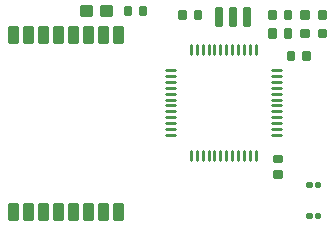
<source format=gtp>
G04 EAGLE Gerber RS-274X export*
G75*
%MOMM*%
%FSLAX34Y34*%
%LPD*%
%INSolderpaste Top*%
%IPPOS*%
%AMOC8*
5,1,8,0,0,1.08239X$1,22.5*%
G01*
%ADD10C,0.254000*%
%ADD11C,0.252000*%
%ADD12C,0.253000*%
%ADD13C,0.256000*%
%ADD14C,0.250000*%


D10*
X313250Y210655D02*
X313250Y203195D01*
X308250Y203195D02*
X308250Y210655D01*
X303250Y210655D02*
X303250Y203195D01*
X298250Y203195D02*
X298250Y210655D01*
X293250Y210655D02*
X293250Y203195D01*
X288250Y203195D02*
X288250Y210655D01*
X283250Y210655D02*
X283250Y203195D01*
X278250Y203195D02*
X278250Y210655D01*
X273250Y210655D02*
X273250Y203195D01*
X268250Y203195D02*
X268250Y210655D01*
X263250Y210655D02*
X263250Y203195D01*
X258250Y203195D02*
X258250Y210655D01*
X244480Y189425D02*
X237020Y189425D01*
X237020Y184425D02*
X244480Y184425D01*
X244480Y179425D02*
X237020Y179425D01*
X237020Y174425D02*
X244480Y174425D01*
X244480Y169425D02*
X237020Y169425D01*
X237020Y164425D02*
X244480Y164425D01*
X244480Y159425D02*
X237020Y159425D01*
X237020Y154425D02*
X244480Y154425D01*
X244480Y149425D02*
X237020Y149425D01*
X237020Y144425D02*
X244480Y144425D01*
X244480Y139425D02*
X237020Y139425D01*
X237020Y134425D02*
X244480Y134425D01*
X258250Y120655D02*
X258250Y113195D01*
X263250Y113195D02*
X263250Y120655D01*
X268250Y120655D02*
X268250Y113195D01*
X273250Y113195D02*
X273250Y120655D01*
X278250Y120655D02*
X278250Y113195D01*
X283250Y113195D02*
X283250Y120655D01*
X288250Y120655D02*
X288250Y113195D01*
X293250Y113195D02*
X293250Y120655D01*
X298250Y120655D02*
X298250Y113195D01*
X303250Y113195D02*
X303250Y120655D01*
X308250Y120655D02*
X308250Y113195D01*
X313250Y113195D02*
X313250Y120655D01*
X327020Y134425D02*
X334480Y134425D01*
X334480Y139425D02*
X327020Y139425D01*
X327020Y144425D02*
X334480Y144425D01*
X334480Y149425D02*
X327020Y149425D01*
X327020Y154425D02*
X334480Y154425D01*
X334480Y159425D02*
X327020Y159425D01*
X327020Y164425D02*
X334480Y164425D01*
X334480Y169425D02*
X327020Y169425D01*
X327020Y174425D02*
X334480Y174425D01*
X334480Y179425D02*
X327020Y179425D01*
X327020Y184425D02*
X334480Y184425D01*
X334480Y189425D02*
X327020Y189425D01*
D11*
X328548Y116690D02*
X328548Y112210D01*
X328548Y116690D02*
X335028Y116690D01*
X335028Y112210D01*
X328548Y112210D01*
X328548Y114604D02*
X335028Y114604D01*
X328548Y103690D02*
X328548Y99210D01*
X328548Y103690D02*
X335028Y103690D01*
X335028Y99210D01*
X328548Y99210D01*
X328548Y101604D02*
X335028Y101604D01*
X340510Y198373D02*
X344990Y198373D01*
X340510Y198373D02*
X340510Y204853D01*
X344990Y204853D01*
X344990Y198373D01*
X344990Y200767D02*
X340510Y200767D01*
X340510Y203161D02*
X344990Y203161D01*
X353510Y198373D02*
X357990Y198373D01*
X353510Y198373D02*
X353510Y204853D01*
X357990Y204853D01*
X357990Y198373D01*
X357990Y200767D02*
X353510Y200767D01*
X353510Y203161D02*
X357990Y203161D01*
X283928Y227710D02*
X279448Y227710D01*
X279448Y242190D01*
X283928Y242190D01*
X283928Y227710D01*
X283928Y230104D02*
X279448Y230104D01*
X279448Y232498D02*
X283928Y232498D01*
X283928Y234892D02*
X279448Y234892D01*
X279448Y237286D02*
X283928Y237286D01*
X283928Y239680D02*
X279448Y239680D01*
X279448Y242074D02*
X283928Y242074D01*
X291448Y227710D02*
X295928Y227710D01*
X291448Y227710D02*
X291448Y242190D01*
X295928Y242190D01*
X295928Y227710D01*
X295928Y230104D02*
X291448Y230104D01*
X291448Y232498D02*
X295928Y232498D01*
X295928Y234892D02*
X291448Y234892D01*
X291448Y237286D02*
X295928Y237286D01*
X295928Y239680D02*
X291448Y239680D01*
X291448Y242074D02*
X295928Y242074D01*
X303448Y227710D02*
X307928Y227710D01*
X303448Y227710D02*
X303448Y242190D01*
X307928Y242190D01*
X307928Y227710D01*
X307928Y230104D02*
X303448Y230104D01*
X303448Y232498D02*
X307928Y232498D01*
X307928Y234892D02*
X303448Y234892D01*
X303448Y237286D02*
X307928Y237286D01*
X307928Y239680D02*
X303448Y239680D01*
X303448Y242074D02*
X307928Y242074D01*
D12*
X359685Y67610D02*
X359685Y64640D01*
X356715Y64640D01*
X356715Y67610D01*
X359685Y67610D01*
X359685Y67043D02*
X356715Y67043D01*
X367185Y67610D02*
X367185Y64640D01*
X364215Y64640D01*
X364215Y67610D01*
X367185Y67610D01*
X367185Y67043D02*
X364215Y67043D01*
X367185Y91140D02*
X367185Y94110D01*
X367185Y91140D02*
X364215Y91140D01*
X364215Y94110D01*
X367185Y94110D01*
X367185Y93543D02*
X364215Y93543D01*
X359685Y94110D02*
X359685Y91140D01*
X356715Y91140D01*
X356715Y94110D01*
X359685Y94110D01*
X359685Y93543D02*
X356715Y93543D01*
D13*
X366730Y217943D02*
X366730Y223383D01*
X372170Y223383D01*
X372170Y217943D01*
X366730Y217943D01*
X366730Y220375D02*
X372170Y220375D01*
X372170Y222807D02*
X366730Y222807D01*
X351730Y223383D02*
X351730Y217943D01*
X351730Y223383D02*
X357170Y223383D01*
X357170Y217943D01*
X351730Y217943D01*
X351730Y220375D02*
X357170Y220375D01*
X357170Y222807D02*
X351730Y222807D01*
D11*
X329115Y217423D02*
X324635Y217423D01*
X324635Y223903D01*
X329115Y223903D01*
X329115Y217423D01*
X329115Y219817D02*
X324635Y219817D01*
X324635Y222211D02*
X329115Y222211D01*
X337635Y217423D02*
X342115Y217423D01*
X337635Y217423D02*
X337635Y223903D01*
X342115Y223903D01*
X342115Y217423D01*
X342115Y219817D02*
X337635Y219817D01*
X337635Y222211D02*
X342115Y222211D01*
D13*
X366730Y233818D02*
X366730Y239258D01*
X372170Y239258D01*
X372170Y233818D01*
X366730Y233818D01*
X366730Y236250D02*
X372170Y236250D01*
X372170Y238682D02*
X366730Y238682D01*
X351730Y239258D02*
X351730Y233818D01*
X351730Y239258D02*
X357170Y239258D01*
X357170Y233818D01*
X351730Y233818D01*
X351730Y236250D02*
X357170Y236250D01*
X357170Y238682D02*
X351730Y238682D01*
D11*
X329115Y233298D02*
X324635Y233298D01*
X324635Y239778D01*
X329115Y239778D01*
X329115Y233298D01*
X329115Y235692D02*
X324635Y235692D01*
X324635Y238086D02*
X329115Y238086D01*
X337635Y233298D02*
X342115Y233298D01*
X337635Y233298D02*
X337635Y239778D01*
X342115Y239778D01*
X342115Y233298D01*
X342115Y235692D02*
X337635Y235692D01*
X337635Y238086D02*
X342115Y238086D01*
X206878Y236473D02*
X202398Y236473D01*
X202398Y242953D01*
X206878Y242953D01*
X206878Y236473D01*
X206878Y238867D02*
X202398Y238867D01*
X202398Y241261D02*
X206878Y241261D01*
X215398Y236473D02*
X219878Y236473D01*
X215398Y236473D02*
X215398Y242953D01*
X219878Y242953D01*
X219878Y236473D01*
X219878Y238867D02*
X215398Y238867D01*
X215398Y241261D02*
X219878Y241261D01*
D14*
X190550Y243463D02*
X182050Y243463D01*
X190550Y243463D02*
X190550Y235963D01*
X182050Y235963D01*
X182050Y243463D01*
X182050Y238338D02*
X190550Y238338D01*
X190550Y240713D02*
X182050Y240713D01*
X182050Y243088D02*
X190550Y243088D01*
X173550Y243463D02*
X165050Y243463D01*
X173550Y243463D02*
X173550Y235963D01*
X165050Y235963D01*
X165050Y243463D01*
X165050Y238338D02*
X173550Y238338D01*
X173550Y240713D02*
X165050Y240713D01*
X165050Y243088D02*
X173550Y243088D01*
D11*
X193610Y225703D02*
X193610Y213223D01*
X193610Y225703D02*
X200090Y225703D01*
X200090Y213223D01*
X193610Y213223D01*
X193610Y215617D02*
X200090Y215617D01*
X200090Y218011D02*
X193610Y218011D01*
X193610Y220405D02*
X200090Y220405D01*
X200090Y222799D02*
X193610Y222799D01*
X193610Y225193D02*
X200090Y225193D01*
X200090Y75703D02*
X200090Y63223D01*
X193610Y63223D01*
X193610Y75703D01*
X200090Y75703D01*
X200090Y65617D02*
X193610Y65617D01*
X193610Y68011D02*
X200090Y68011D01*
X200090Y70405D02*
X193610Y70405D01*
X193610Y72799D02*
X200090Y72799D01*
X200090Y75193D02*
X193610Y75193D01*
X111190Y75703D02*
X111190Y63223D01*
X104710Y63223D01*
X104710Y75703D01*
X111190Y75703D01*
X111190Y65617D02*
X104710Y65617D01*
X104710Y68011D02*
X111190Y68011D01*
X111190Y70405D02*
X104710Y70405D01*
X104710Y72799D02*
X111190Y72799D01*
X111190Y75193D02*
X104710Y75193D01*
X123890Y75703D02*
X123890Y63223D01*
X117410Y63223D01*
X117410Y75703D01*
X123890Y75703D01*
X123890Y65617D02*
X117410Y65617D01*
X117410Y68011D02*
X123890Y68011D01*
X123890Y70405D02*
X117410Y70405D01*
X117410Y72799D02*
X123890Y72799D01*
X123890Y75193D02*
X117410Y75193D01*
X136590Y75703D02*
X136590Y63223D01*
X130110Y63223D01*
X130110Y75703D01*
X136590Y75703D01*
X136590Y65617D02*
X130110Y65617D01*
X130110Y68011D02*
X136590Y68011D01*
X136590Y70405D02*
X130110Y70405D01*
X130110Y72799D02*
X136590Y72799D01*
X136590Y75193D02*
X130110Y75193D01*
X149290Y75703D02*
X149290Y63223D01*
X142810Y63223D01*
X142810Y75703D01*
X149290Y75703D01*
X149290Y65617D02*
X142810Y65617D01*
X142810Y68011D02*
X149290Y68011D01*
X149290Y70405D02*
X142810Y70405D01*
X142810Y72799D02*
X149290Y72799D01*
X149290Y75193D02*
X142810Y75193D01*
X161990Y75703D02*
X161990Y63223D01*
X155510Y63223D01*
X155510Y75703D01*
X161990Y75703D01*
X161990Y65617D02*
X155510Y65617D01*
X155510Y68011D02*
X161990Y68011D01*
X161990Y70405D02*
X155510Y70405D01*
X155510Y72799D02*
X161990Y72799D01*
X161990Y75193D02*
X155510Y75193D01*
X174690Y75703D02*
X174690Y63223D01*
X168210Y63223D01*
X168210Y75703D01*
X174690Y75703D01*
X174690Y65617D02*
X168210Y65617D01*
X168210Y68011D02*
X174690Y68011D01*
X174690Y70405D02*
X168210Y70405D01*
X168210Y72799D02*
X174690Y72799D01*
X174690Y75193D02*
X168210Y75193D01*
X187390Y75703D02*
X187390Y63223D01*
X180910Y63223D01*
X180910Y75703D01*
X187390Y75703D01*
X187390Y65617D02*
X180910Y65617D01*
X180910Y68011D02*
X187390Y68011D01*
X187390Y70405D02*
X180910Y70405D01*
X180910Y72799D02*
X187390Y72799D01*
X187390Y75193D02*
X180910Y75193D01*
X180910Y213223D02*
X180910Y225703D01*
X187390Y225703D01*
X187390Y213223D01*
X180910Y213223D01*
X180910Y215617D02*
X187390Y215617D01*
X187390Y218011D02*
X180910Y218011D01*
X180910Y220405D02*
X187390Y220405D01*
X187390Y222799D02*
X180910Y222799D01*
X180910Y225193D02*
X187390Y225193D01*
X168210Y225703D02*
X168210Y213223D01*
X168210Y225703D02*
X174690Y225703D01*
X174690Y213223D01*
X168210Y213223D01*
X168210Y215617D02*
X174690Y215617D01*
X174690Y218011D02*
X168210Y218011D01*
X168210Y220405D02*
X174690Y220405D01*
X174690Y222799D02*
X168210Y222799D01*
X168210Y225193D02*
X174690Y225193D01*
X155510Y225703D02*
X155510Y213223D01*
X155510Y225703D02*
X161990Y225703D01*
X161990Y213223D01*
X155510Y213223D01*
X155510Y215617D02*
X161990Y215617D01*
X161990Y218011D02*
X155510Y218011D01*
X155510Y220405D02*
X161990Y220405D01*
X161990Y222799D02*
X155510Y222799D01*
X155510Y225193D02*
X161990Y225193D01*
X142810Y225703D02*
X142810Y213223D01*
X142810Y225703D02*
X149290Y225703D01*
X149290Y213223D01*
X142810Y213223D01*
X142810Y215617D02*
X149290Y215617D01*
X149290Y218011D02*
X142810Y218011D01*
X142810Y220405D02*
X149290Y220405D01*
X149290Y222799D02*
X142810Y222799D01*
X142810Y225193D02*
X149290Y225193D01*
X130110Y225703D02*
X130110Y213223D01*
X130110Y225703D02*
X136590Y225703D01*
X136590Y213223D01*
X130110Y213223D01*
X130110Y215617D02*
X136590Y215617D01*
X136590Y218011D02*
X130110Y218011D01*
X130110Y220405D02*
X136590Y220405D01*
X136590Y222799D02*
X130110Y222799D01*
X130110Y225193D02*
X136590Y225193D01*
X117410Y225703D02*
X117410Y213223D01*
X117410Y225703D02*
X123890Y225703D01*
X123890Y213223D01*
X117410Y213223D01*
X117410Y215617D02*
X123890Y215617D01*
X123890Y218011D02*
X117410Y218011D01*
X117410Y220405D02*
X123890Y220405D01*
X123890Y222799D02*
X117410Y222799D01*
X117410Y225193D02*
X123890Y225193D01*
X104710Y225703D02*
X104710Y213223D01*
X104710Y225703D02*
X111190Y225703D01*
X111190Y213223D01*
X104710Y213223D01*
X104710Y215617D02*
X111190Y215617D01*
X111190Y218011D02*
X104710Y218011D01*
X104710Y220405D02*
X111190Y220405D01*
X111190Y222799D02*
X104710Y222799D01*
X104710Y225193D02*
X111190Y225193D01*
X261435Y239778D02*
X265915Y239778D01*
X265915Y233298D01*
X261435Y233298D01*
X261435Y239778D01*
X261435Y235692D02*
X265915Y235692D01*
X265915Y238086D02*
X261435Y238086D01*
X252915Y239778D02*
X248435Y239778D01*
X252915Y239778D02*
X252915Y233298D01*
X248435Y233298D01*
X248435Y239778D01*
X248435Y235692D02*
X252915Y235692D01*
X252915Y238086D02*
X248435Y238086D01*
M02*

</source>
